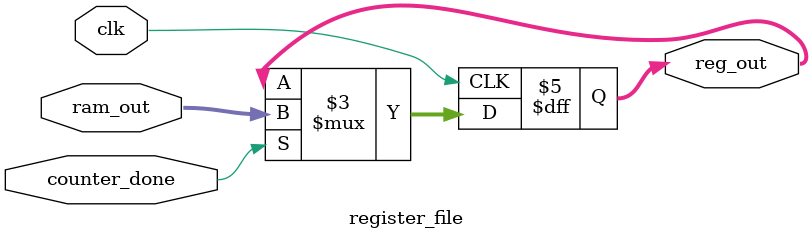
<source format=v>
`timescale 1ns / 1ps


module register_file#(
    parameter n = 6)(
    input clk,
    input counter_done,
    input [n-1 :0] ram_out,
    output reg [n-1 : 0] reg_out
    );
    always@(posedge clk)begin
        if(counter_done)
            reg_out = ram_out;
    end
endmodule

</source>
